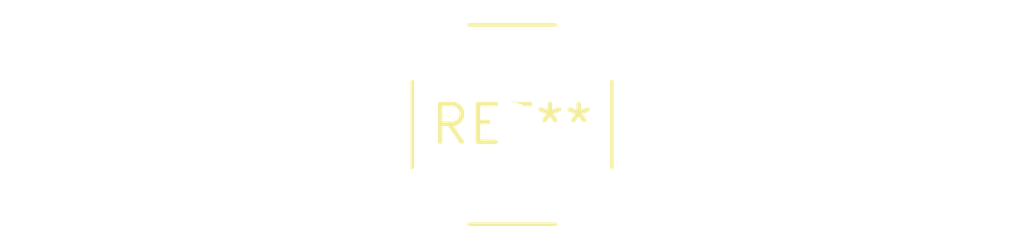
<source format=kicad_pcb>
(kicad_pcb (version 20240108) (generator pcbnew)
  (layers (0 "F.Cu" signal) (31 "B.Cu" signal) (34 "B.Paste" user) (35 "F.Paste" user) (36 "B.SilkS" user "B.Silkscreen") (37 "F.SilkS" user "F.Silkscreen") (38 "B.Mask" user) (39 "F.Mask" user) (44 "Edge.Cuts" user))
  (net 0 "")
  (footprint "SMA_Amphenol_132134-11_Vertical" (layer "F.Cu") (at 0 0)
    (property "Reference" "REF**")
    (property "Value" "SMA_Amphenol_132134-11_Vertical")
    (fp_line (start -3.355 -1.45) (end -3.355 1.45) (layer "F.SilkS") (stroke (width 0.12)))
    (fp_line (start -1.45 -3.355) (end 1.45 -3.355) (layer "F.SilkS") (stroke (width 0.12)))
    (fp_line (start -1.45 3.355) (end 1.45 3.355) (layer "F.SilkS") (stroke (width 0.12)))
    (fp_line (start 3.355 -1.45) (end 3.355 1.45) (layer "F.SilkS") (stroke (width 0.12)))
    (pad "1" thru_hole circle (at 0 0) (size 2.05 2.05) (drill 1.5) (layers *.Cu *.Mask) (remove_unused_layers))
    (pad "2" thru_hole circle (at -2.54 -2.54) (size 2.25 2.25) (drill 1.7) (layers *.Cu *.Mask) (remove_unused_layers))
    (pad "2" thru_hole circle (at -2.54 2.54) (size 2.25 2.25) (drill 1.7) (layers *.Cu *.Mask) (remove_unused_layers))
    (pad "2" thru_hole circle (at 2.54 -2.54) (size 2.25 2.25) (drill 1.7) (layers *.Cu *.Mask) (remove_unused_layers))
    (pad "2" thru_hole circle (at 2.54 2.54) (size 2.25 2.25) (drill 1.7) (layers *.Cu *.Mask) (remove_unused_layers))
  )
)
</source>
